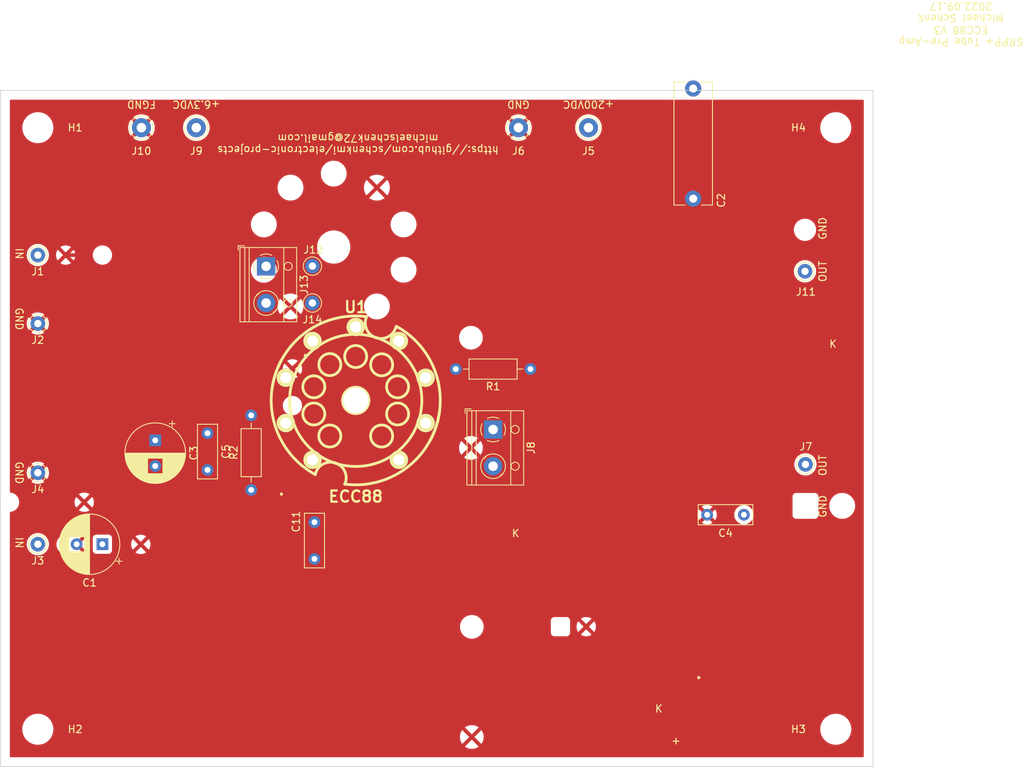
<source format=kicad_pcb>
(kicad_pcb (version 20211014) (generator pcbnew)
  (layers (0 "F.Cu" signal) (31 "B.Cu" signal) (34 "B.Paste" user) (35 "F.Paste" user) (36 "B.SilkS" user "B.Silkscreen") (37 "F.SilkS" user "F.Silkscreen") (38 "B.Mask" user) (39 "F.Mask" user) (44 "Edge.Cuts" user))
  (net 0 "")
  (net 1 "VDDA")
  (net 2 "Net-(U1-Pad3)")
  (net 3 "Net-(C3-Pad1)")
  (net 4 "FVCC")
  (net 5 "Net-(J1-Pad1)")
  (net 6 "FGND")
  (net 7 "Net-(J3-Pad1)")
  (net 8 "Net-(U1-Pad1)")
  (net 9 "Net-(J13-Pad2)")
  (footprint "Capacitor_THT:CP_Radial_D8.0mm_P3.50mm" (layer "F.Cu") (at 52.5996 132.9182 180)
    (fp_text reference "C1" (at 1.75 -5.25 180) (layer "F.SilkS"))
    (fp_text value "220uF/50V")
    (fp_line (start 4.271 -3.22) (end 4.271 -1.04) (layer "F.SilkS") (width 0.12))
    (fp_line (start 5.791 -0.768) (end 5.791 0.768) (layer "F.SilkS") (width 0.12))
    (fp_line (start 3.911 1.04) (end 3.911 3.469) (layer "F.SilkS") (width 0.12))
    (fp_line (start 2.15 -4.061) (end 2.15 4.061) (layer "F.SilkS") (width 0.12))
    (fp_line (start 3.671 1.04) (end 3.671 3.606) (layer "F.SilkS") (width 0.12))
    (fp_line (start 4.471 1.04) (end 4.471 3.055) (layer "F.SilkS") (width 0.12))
    (fp_line (start 4.351 1.04) (end 4.351 3.156) (layer "F.SilkS") (width 0.12))
    (fp_line (start 3.831 1.04) (end 3.831 3.517) (layer "F.SilkS") (width 0.12))
    (fp_line (start 2.591 1.04) (end 2.591 3.994) (layer "F.SilkS") (width 0.12))
    (fp_line (start 2.27 -4.048) (end 2.27 4.048) (layer "F.SilkS") (width 0.12))
    (fp_line (start 4.631 -2.907) (end 4.631 2.907) (layer "F.SilkS") (width 0.12))
    (fp_line (start 3.191 -3.821) (end 3.191 -1.04) (layer "F.SilkS") (width 0.12))
    (fp_line (start 1.87 -4.079) (end 1.87 4.079) (layer "F.SilkS") (width 0.12))
    (fp_line (start 4.071 -3.365) (end 4.071 -1.04) (layer "F.SilkS") (width 0.12))
    (fp_line (start 4.031 1.04) (end 4.031 3.392) (layer "F.SilkS") (width 0.12))
    (fp_line (start 3.391 1.04) (end 3.391 3.74) (layer "F.SilkS") (width 0.12))
    (fp_line (start 5.031 -2.454) (end 5.031 2.454) (layer "F.SilkS") (width 0.12))
    (fp_line (start 2.511 -4.01) (end 2.511 -1.04) (layer "F.SilkS") (width 0.12))
    (fp_line (start 2.911 1.04) (end 2.911 3.914) (layer "F.SilkS") (width 0.12))
    (fp_line (start 3.711 -3.584) (end 3.711 -1.04) (layer "F.SilkS") (width 0.12))
    (fp_line (start 2.871 1.04) (end 2.871 3.925) (layer "F.SilkS") (width 0.12))
    (fp_line (start 2.471 1.04) (end 2.471 4.017) (layer "F.SilkS") (width 0.12))
    (fp_line (start 3.071 1.04) (end 3.071 3.863) (layer "F.SilkS") (width 0.12))
    (fp_line (start 4.751 -2.784) (end 4.751 2.784) (layer "F.SilkS") (width 0.12))
    (fp_line (start 5.271 -2.102) (end 5.271 2.102) (layer "F.SilkS") (width 0.12))
    (fp_line (start 2.43 -4.024) (end 2.43 4.024) (layer "F.SilkS") (width 0.12))
    (fp_line (start 2.551 -4.002) (end 2.551 -1.04) (layer "F.SilkS") (width 0.12))
    (fp_line (start 3.471 -3.704) (end 3.471 -1.04) (layer "F.SilkS") (width 0.12))
    (fp_line (start 2.951 -3.902) (end 2.951 -1.04) (layer "F.SilkS") (width 0.12))
    (fp_line (start 4.711 -2.826) (end 4.711 2.826) (layer "F.SilkS") (width 0.12))
    (fp_line (start 4.031 -3.392) (end 4.031 -1.04) (layer "F.SilkS") (width 0.12))
    (fp_line (start 3.751 -3.562) (end 3.751 -1.04) (layer "F.SilkS") (width 0.12))
    (fp_line (start 5.111 -2.345) (end 5.111 2.345) (layer "F.SilkS") (width 0.12))
    (fp_line (start 2.35 -4.037) (end 2.35 4.037) (layer "F.SilkS") (width 0.12))
    (fp_line (start 3.591 -3.647) (end 3.591 -1.04) (layer "F.SilkS") (width 0.12))
    (fp_line (start 4.191 -3.28) (end 4.191 -1.04) (layer "F.SilkS") (width 0.12))
    (fp_line (start 3.911 -3.469) (end 3.911 -1.04) (layer "F.SilkS") (width 0.12))
    (fp_line (start 2.631 -3.985) (end 2.631 -1.04) (layer "F.SilkS") (width 0.12))
    (fp_line (start 2.991 -3.889) (end 2.991 -1.04) (layer "F.SilkS") (width 0.12))
    (fp_line (start 1.95 -4.076) (end 1.95 4.076) (layer "F.SilkS") (width 0.12))
    (fp_line (start 2.511 1.04) (end 2.511 4.01) (layer "F.SilkS") (width 0.12))
    (fp_line (start 5.351 -1.964) (end 5.351 1.964) (layer "F.SilkS") (width 0.12))
    (fp_line (start 4.111 -3.338) (end 4.111 -1.04) (layer "F.SilkS") (width 0.12))
    (fp_line (start 2.711 1.04) (end 2.711 3.967) (layer "F.SilkS") (width 0.12))
    (fp_line (start 3.991 1.04) (end 3.991 3.418) (layer "F.SilkS") (width 0.12))
    (fp_line (start 3.031 1.04) (end 3.031 3.877) (layer "F.SilkS") (width 0.12))
    (fp_line (start 1.79 -4.08) (end 1.79 4.08) (layer "F.SilkS") (width 0.12))
    (fp_line (start 2.591 -3.994) (end 2.591 -1.04) (layer "F.SilkS") (width 0.12))
    (fp_line (start 2.671 -3.976) (end 2.671 -1.04) (layer "F.SilkS") (width 0.12))
    (fp_line (start 4.831 -2.697) (end 4.831 2.697) (layer "F.SilkS") (width 0.12))
    (fp_line (start 5.311 -2.034) (end 5.311 2.034) (layer "F.SilkS") (width 0.12))
    (fp_line (start 4.791 -2.741) (end 4.791 2.741) (layer "F.SilkS") (width 0.12))
    (fp_line (start 2.19 -4.057) (end 2.19 4.057) (layer "F.SilkS") (width 0.12))
    (fp_line (start 3.111 -3.85) (end 3.111 -1.04) (layer "F.SilkS") (width 0.12))
    (fp_line (start 3.511 1.04) (end 3.511 3.686) (layer "F.SilkS") (width 0.12))
    (fp_line (start 4.991 -2.505) (end 4.991 2.505) (layer "F.SilkS") (width 0.12))
    (fp_line (start 5.471 -1.731) (end 5.471 1.731) (layer "F.SilkS") (width 0.12))
    (fp_line (start 4.911 -2.604) (end 4.911 2.604) (layer "F.SilkS") (width 0.12))
    (fp_line (start 1.75 -4.08) (end 1.75 4.08) (layer "F.SilkS") (width 0.12))
    (fp_line (start 3.271 1.04) (end 3.271 3.79) (layer "F.SilkS") (width 0.12))
    (fp_line (start 5.231 -2.166) (end 5.231 2.166) (layer "F.SilkS") (width 0.12))
    (fp_line (start 5.631 -1.346) (end 5.631 1.346) (layer "F.SilkS") (width 0.12))
    (fp_line (start 4.311 1.04) (end 4.311 3.189) (layer "F.SilkS") (width 0.12))
    (fp_line (start 4.511 1.04) (end 4.511 3.019) (layer "F.SilkS") (width 0.12))
    (fp_line (start 4.951 -2.556) (end 4.951 2.556) (layer "F.SilkS") (width 0.12))
    (fp_line (start 3.551 1.04) (end 3.551 3.666) (layer "F.SilkS") (width 0.12))
    (fp_line (start -2.259698 -2.715) (end -2.259698 -1.915) (layer "F.SilkS") (width 0.12))
    (fp_line (start 4.311 -3.189) (end 4.311 -1.04) (layer "F.SilkS") (width 0.12))
    (fp_line (start 2.911 -3.914) (end 2.911 -1.04) (layer "F.SilkS") (width 0.12))
    (fp_line (start -2.659698 -2.315) (end -1.859698 -2.315) (layer "F.SilkS") (width 0.12))
    (fp_line (start 3.151 -3.835) (end 3.151 -1.04) (layer "F.SilkS") (width 0.12))
    (fp_line (start 1.91 -4.077) (end 1.91 4.077) (layer "F.SilkS") (width 0.12))
    (fp_line (start 5.591 -1.453) (end 5.591 1.453) (layer "F.SilkS") (width 0.12))
    (fp_line (start 3.871 1.04) (end 3.871 3.493) (layer "F.SilkS") (width 0.12))
    (fp_line (start 3.351 1.04) (end 3.351 3.757) (layer "F.SilkS") (width 0.12))
    (fp_line (start 4.431 1.04) (end 4.431 3.09) (layer "F.SilkS") (width 0.12))
    (fp_line (start 4.871 -2.651) (end 4.871 2.651) (layer "F.SilkS") (width 0.12))
    (fp_line (start 2.671 1.04) (end 2.671 3.976) (layer "F.SilkS") (width 0.12))
    (fp_line (start 5.391 -1.89) (end 5.391 1.89) (layer "F.SilkS") (width 0.12))
    (fp_line (start 3.351 -3.757) (end 3.351 -1.04) (layer "F.SilkS") (width 0.12))
    (fp_line (start 2.951 1.04) (end 2.951 3.902) (layer "F.SilkS") (width 0.12))
    (fp_line (start 5.071 -2.4) (end 5.071 2.4) (layer "F.SilkS") (width 0.12))
    (fp_line (start 3.511 -3.686) (end 3.511 -1.04) (layer "F.SilkS") (width 0.12))
    (fp_line (start 5.151 -2.287) (end 5.151 2.287) (layer "F.SilkS") (width 0.12))
    (fp_line (start 2.471 -4.017) (end 2.471 -1.04) (layer "F.SilkS") (width 0.12))
    (fp_line (start 2.871 -3.925) (end 2.871 -1.04) (layer "F.SilkS") (width 0.12))
    (fp_line (start 4.191 1.04) (end 4.191 3.28) (layer "F.SilkS") (width 0.12))
    (fp_line (start 3.551 -3.666) (end 3.551 -1.04) (layer "F.SilkS") (width 0.12))
    (fp_line (start 1.99 -4.074) (end 1.99 4.074) (layer "F.SilkS") (width 0.12))
    (fp_line (start 3.191 1.04) (end 3.191 3.821) (layer "F.SilkS") (width 0.12))
    (fp_line (start 3.791 1.04) (end 3.791 3.54) (layer "F.SilkS") (width 0.12))
    (fp_line (start 3.951 -3.444) (end 3.951 -1.04) (layer "F.SilkS") (width 0.12))
    (fp_line (start 4.231 1.04) (end 4.231 3.25) (layer "F.SilkS") (width 0.12))
    (fp_line (start 2.791 -3.947) (end 2.791 -1.04) (layer "F.SilkS") (width 0.12))
    (fp_line (start 2.551 1.04) (end 2.551 4.002) (layer "F.SilkS") (width 0.12))
    (fp_line (start 3.071 -3.863) (end 3.071 -1.04) (layer "F.SilkS") (width 0.12))
    (fp_line (start 3.631 -3.627) (end 3.631 -1.04) (layer "F.SilkS") (width 0.12))
    (fp_line (start 3.831 -3.517) (end 3.831 -1.04) (layer "F.SilkS") (width 0.12))
    (fp_line (start 4.511 -3.019) (end 4.511 -1.04) (layer "F.SilkS") (width 0.12))
    (fp_line (start 2.31 -4.042) (end 2.31 4.042) (layer "F.SilkS") (width 0.12))
    (fp_line (start 3.431 -3.722) (end 3.431 -1.04) (layer "F.SilkS") (width 0.12))
    (fp_line (start 4.671 -2.867) (end 4.671 2.867) (layer "F.SilkS") (width 0.12))
    (fp_line (start 2.11 -4.065) (end 2.11 4.065) (layer "F.SilkS") (width 0.12))
    (fp_line (start 3.791 -3.54) (end 3.791 -1.04) (layer "F.SilkS") (width 0.12))
    (fp_line (start 3.391 -3.74) (end 3.391 -1.04) (layer "F.SilkS") (width 0.12))
    (fp_line (start 4.391 1.04) (end 4.391 3.124) (layer "F.SilkS") (width 0.12))
    (fp_line (start 3.591 1.04) (end 3.591 3.647) (layer "F.SilkS") (width 0.12))
    (fp_line (start 3.671 -3.606) (end 3.671 -1.04) (layer "F.SilkS") (width 0.12))
    (fp_line (start 5.431 -1.813) (end 5.431 1.813) (layer "F.SilkS") (width 0.12))
    (fp_line (start 3.991 -3.418) (end 3.991 -1.04) (layer "F.SilkS") (width 0.12))
    (fp_line (start 5.671 -1.229) (end 5.671 1.229) (layer "F.SilkS") (width 0.12))
    (fp_line (start 2.991 1.04) (end 2.991 3.889) (layer "F.SilkS") (width 0.12))
    (fp_line (start 4.231 -3.25) (end 4.231 -1.04) (layer "F.SilkS") (width 0.12))
    (fp_line (start 4.071 1.04) (end 4.071 3.365) (layer "F.SilkS") (width 0.12))
    (fp_line (start 4.431 -3.09) (end 4.431 -1.04) (layer "F.SilkS") (width 0.12))
    (fp_line (start 1.83 -4.08) (end 1.83 4.08) (layer "F.SilkS") (width 0.12))
    (fp_line (start 3.711 1.04) (end 3.711 3.584) (layer "F.SilkS") (width 0.12))
    (fp_line (start 5.511 -1.645) (end 5.511 1.645) (layer "F.SilkS") (width 0.12))
    (fp_line (start 5.551 -1.552) (end 5.551 1.552) (layer "F.SilkS") (width 0.12))
    (fp_line (start 3.951 1.04) (end 3.951 3.444) (layer "F.SilkS") (width 0.12))
    (fp_line (start 3.471 1.04) (end 3.471 3.704) (layer "F.SilkS") (width 0.12))
    (fp_line (start 4.151 -3.309) (end 4.151 -1.04) (layer "F.SilkS") (width 0.12))
    (fp_line (start 4.271 1.04) (end 4.271 3.22) (layer "F.SilkS") (width 0.12))
    (fp_line (start 5.831 -0.533) (end 5.831 0.533) (layer "F.SilkS") (width 0.12))
    (fp_line (start 3.151 1.04) (end 3.151 3.835) (layer "F.SilkS") (width 0.12))
    (fp_line (start 4.391 -3.124) (end 4.391 -1.04) (layer "F.SilkS") (width 0.12))
    (fp_line (start 2.711 -3.967) (end 2.711 -1.04) (layer "F.SilkS") (width 0.12))
    (fp_line (start 3.111 1.04) (end 3.111 3.85) (layer "F.SilkS") (width 0.12))
    (fp_line (start 2.03 -4.071) (end 2.03 4.071) (layer "F.SilkS") (width 0.12))
    (fp_line (start 4.471 -3.055) (end 4.471 -1.04) (layer "F.SilkS") (width 0.12))
    (fp_line (start 5.191 -2.228) (end 5.191 2.228) (layer "F.SilkS") (width 0.12))
    (fp_line (start 2.39 -4.03) (end 2.39 4.03) (layer "F.SilkS") (width 0.12))
    (fp_line (start 2.831 1.04) (end 2.831 3.936) (layer "F.SilkS") (width 0.12))
    (fp_line (start 5.751 -0.948) (end 5.751 0.948) (layer "F.SilkS") (width 0.12))
    (fp_line (start 2.831 -3.936) (end 2.831 -1.04) (layer "F.SilkS") (width 0.12))
    (fp_line (start 2.07 -4.068) (end 2.07 4.068) (layer "F.SilkS") (width 0.12))
    (fp_line (start 3.751 1.04) (end 3.751 3.562) (layer "F.SilkS") (width 0.12))
    (fp_line (start 2.751 1.04) (end 2.751 3.957) (layer "F.SilkS") (width 0.12))
    (fp_line (start 2.791 1.04) (end 2.791 3.947) (layer "F.SilkS") (width 0.12))
    (fp_line (start 3.311 -3.774) (end 3.311 -1.04) (layer "F.SilkS") (width 0.12))
    (fp_line (start 3.031 -3.877) (end 3.031 -1.04) (layer "F.SilkS") (width 0.12))
    (fp_line (start 4.591 -2.945) (end 4.591 2.945) (layer "F.SilkS") (width 0.12))
    (fp_line (start 4.111 1.04) (end 4.111 3.338) (layer "F.SilkS") (width 0.12))
    (fp_line (start 4.151 1.04) (end 4.151 3.309) (layer "F.SilkS") (width 0.12))
    (fp_line (start 2.631 1.04) (end 2.631 3.985) (layer "F.SilkS") (width 0.12))
    (fp_line (start 3.631 1.04) (end 3.631 3.627) (layer "F.SilkS") (width 0.12))
    (fp_line (start 4.551 -2.983) (end 4.551 2.983) (layer "F.SilkS") (width 0.12))
    (fp_line (start 2.23 -4.052) (end 2.23 4.052) (layer "F.SilkS") (width 0.12))
    (fp_line (start 3.311 1.04) (end 3.311 3.774) (layer "F.SilkS") (width 0.12))
    (fp_line (start 3.871 -3.493) (end 3.871 -1.04) (layer "F.SilkS") (width 0.12))
    (fp_line (start 3.231 1.04) (end 3.231 3.805) (layer "F.SilkS") (width 0.12))
    (fp_line (start 3.271 -3.79) (end 3.271 -1.04) (layer "F.SilkS") (width 0.12))
    (fp_line (start 2.751 -3.957) (end 2.751 -1.04) (layer "F.SilkS") (width 0.12))
    (fp_line (start 3.431 1.04) (end 3.431 3.722) (layer "F.SilkS") (width 0.12))
    (fp_line (start 4.351 -3.156) (end 4.351 -1.04) (layer "F.SilkS") (width 0.12))
    (fp_line (start 5.711 -1.098) (end 5.711 1.098) (layer "F.SilkS") (width 0.12))
    (fp_line (start 3.231 -3.805) (end 3.231 -1.04) (layer "F.SilkS") (width 0.12))
    (fp_circle (center 1.75 0) (end 5.87 0) (layer "F.SilkS") (width 0.12) (fill none))
    (pad "1" thru_hole rect (at 0 0 180) (size 1.6 1.6) (drill 0.8) (layers *.Cu *.Mask) (net 2 "Net-(U1-Pad3)"))
    (pad "2" thru_hole circle (at 3.5 0 180) (size 1.6 1.6) (drill 0.8) (layers *.Cu *.Mask) (net 6 "FGND"))
  )
  (footprint "Capacitor_THT:C_Rect_L16.5mm_W5.0mm_P15.00mm_MKT" (layer "F.Cu") (at 132.9944 70.866 -90)
    (fp_text reference "C2" (at 15.24 -3.81 90) (layer "F.SilkS"))
    (fp_text value "100nF")
    (fp_line (start 15.87 1.104) (end 15.87 2.62) (layer "F.SilkS") (width 0.12))
    (fp_line (start -0.87 2.62) (end 15.87 2.62) (layer "F.SilkS") (width 0.12))
    (fp_line (start 15.87 -2.62) (end 15.87 -1.104) (layer "F.SilkS") (width 0.12))
    (fp_line (start -0.87 -2.62) (end 15.87 -2.62) (layer "F.SilkS") (width 0.12))
    (fp_line (start -0.87 -2.62) (end -0.87 -1.104) (layer "F.SilkS") (width 0.12))
    (fp_line (start -0.87 1.104) (end -0.87 2.62) (layer "F.SilkS") (width 0.12))
    (pad "1" thru_hole circle (at 0 0 270) (size 2.2 2.2) (drill 1.1) (layers *.Cu *.Mask) (net 1 "VDDA"))
    (pad "2" thru_hole circle (at 15 0 270) (size 2.2 2.2) (drill 1.1) (layers *.Cu *.Mask) (net 6 "FGND"))
  )
  (footprint "Capacitor_THT:CP_Radial_D8.0mm_P3.50mm" (layer "F.Cu") (at 59.7916 118.7704 -90)
    (fp_text reference "C3" (at 1.75 -5.25 90) (layer "F.SilkS"))
    (fp_text value "220uF/50V")
    (fp_line (start 1.75 -4.08) (end 1.75 4.08) (layer "F.SilkS") (width 0.12))
    (fp_line (start 2.471 -4.017) (end 2.471 -1.04) (layer "F.SilkS") (width 0.12))
    (fp_line (start 4.111 1.04) (end 4.111 3.338) (layer "F.SilkS") (width 0.12))
    (fp_line (start 1.83 -4.08) (end 1.83 4.08) (layer "F.SilkS") (width 0.12))
    (fp_line (start 2.511 1.04) (end 2.511 4.01) (layer "F.SilkS") (width 0.12))
    (fp_line (start 3.591 1.04) (end 3.591 3.647) (layer "F.SilkS") (width 0.12))
    (fp_line (start 4.671 -2.867) (end 4.671 2.867) (layer "F.SilkS") (width 0.12))
    (fp_line (start 3.791 -3.54) (end 3.791 -1.04) (layer "F.SilkS") (width 0.12))
    (fp_line (start 3.551 -3.666) (end 3.551 -1.04) (layer "F.SilkS") (width 0.12))
    (fp_line (start 3.911 1.04) (end 3.911 3.469) (layer "F.SilkS") (width 0.12))
    (fp_line (start 2.15 -4.061) (end 2.15 4.061) (layer "F.SilkS") (width 0.12))
    (fp_line (start 5.071 -2.4) (end 5.071 2.4) (layer "F.SilkS") (width 0.12))
    (fp_line (start 4.711 -2.826) (end 4.711 2.826) (layer "F.SilkS") (width 0.12))
    (fp_line (start 3.671 -3.606) (end 3.671 -1.04) (layer "F.SilkS") (width 0.12))
    (fp_line (start 2.03 -4.071) (end 2.03 4.071) (layer "F.SilkS") (width 0.12))
    (fp_line (start 5.791 -0.768) (end 5.791 0.768) (layer "F.SilkS") (width 0.12))
    (fp_line (start 4.231 1.04) (end 4.231 3.25) (layer "F.SilkS") (width 0.12))
    (fp_line (start 2.631 1.04) (end 2.631 3.985) (layer "F.SilkS") (width 0.12))
    (fp_line (start 2.751 1.04) (end 2.751 3.957) (layer "F.SilkS") (width 0.12))
    (fp_line (start 2.551 1.04) (end 2.551 4.002) (layer "F.SilkS") (width 0.12))
    (fp_line (start 5.591 -1.453) (end 5.591 1.453) (layer "F.SilkS") (width 0.12))
    (fp_line (start 2.711 1.04) (end 2.711 3.967) (layer "F.SilkS") (width 0.12))
    (fp_line (start 3.191 1.04) (end 3.191 3.821) (layer "F.SilkS") (width 0.12))
    (fp_line (start 3.831 -3.517) (end 3.831 -1.04) (layer "F.SilkS") (width 0.12))
    (fp_line (start 5.271 -2.102) (end 5.271 2.102) (layer "F.SilkS") (width 0.12))
    (fp_line (start 2.871 -3.925) (end 2.871 -1.04) (layer "F.SilkS") (width 0.12))
    (fp_line (start 1.79 -4.08) (end 1.79 4.08) (layer "F.SilkS") (width 0.12))
    (fp_line (start 2.19 -4.057) (end 2.19 4.057) (layer "F.SilkS") (width 0.12))
    (fp_line (start 2.991 1.04) (end 2.991 3.889) (layer "F.SilkS") (width 0.12))
    (fp_line (start 5.471 -1.731) (end 5.471 1.731) (layer "F.SilkS") (width 0.12))
    (fp_line (start 4.471 1.04) (end 4.471 3.055) (layer "F.SilkS") (width 0.12))
    (fp_line (start 5.111 -2.345) (end 5.111 2.345) (layer "F.SilkS") (width 0.12))
    (fp_line (start 4.511 1.04) (end 4.511 3.019) (layer "F.SilkS") (width 0.12))
    (fp_line (start 4.111 -3.338) (end 4.111 -1.04) (layer "F.SilkS") (width 0.12))
    (fp_line (start 2.831 -3.936) (end 2.831 -1.04) (layer "F.SilkS") (width 0.12))
    (fp_line (start 2.911 1.04) (end 2.911 3.914) (layer "F.SilkS") (width 0.12))
    (fp_line (start 5.711 -1.098) (end 5.711 1.098) (layer "F.SilkS") (width 0.12))
    (fp_line (start 4.551 -2.983) (end 4.551 2.983) (layer "F.SilkS") (width 0.12))
    (fp_line (start 3.271 1.04) (end 3.271 3.79) (layer "F.SilkS") (width 0.12))
    (fp_line (start 4.951 -2.556) (end 4.951 2.556) (layer "F.SilkS") (width 0.12))
    (fp_line (start 2.831 1.04) (end 2.831 3.936) (layer "F.SilkS") (width 0.12))
    (fp_line (start 2.951 -3.902) (end 2.951 -1.04) (layer "F.SilkS") (width 0.12))
    (fp_line (start 3.511 1.04) (end 3.511 3.686) (layer "F.SilkS") (width 0.12))
    (fp_line (start 3.111 -3.85) (end 3.111 -1.04) (layer "F.SilkS") (width 0.12))
    (fp_line (start 2.791 -3.947) (end 2.791 -1.04) (layer "F.SilkS") (width 0.12))
    (fp_line (start 3.431 -3.722) (end 3.431 -1.04) (layer "F.SilkS") (width 0.12))
    (fp_line (start 3.471 -3.704) (end 3.471 -1.04) (layer "F.SilkS") (width 0.12))
    (fp_line (start 4.471 -3.055) (end 4.471 -1.04) (layer "F.SilkS") (width 0.12))
    (fp_line (start 5.151 -2.287) (end 5.151 2.287) (layer "F.SilkS") (width 0.12))
    (fp_line (start 2.31 -4.042) (end 2.31 4.042) (layer "F.SilkS") (width 0.12))
    (fp_line (start 3.271 -3.79) (end 3.271 -1.04) (layer "F.SilkS") (width 0.12))
    (fp_line (start -2.659698 -2.315) (end -1.859698 -2.315) (layer "F.SilkS") (width 0.12))
    (fp_line (start 3.231 -3.805) (end 3.231 -1.04) (layer "F.SilkS") (width 0.12))
    (fp_line (start 2.951 1.04) (end 2.951 3.902) (layer "F.SilkS") (width 0.12))
    (fp_line (start 4.271 1.04) (end 4.271 3.22) (layer "F.SilkS") (width 0.12))
    (fp_line (start 5.431 -1.813) (end 5.431 1.813) (layer "F.SilkS") (width 0.12))
    (fp_line (start 2.591 1.04) (end 2.591 3.994) (layer "F.SilkS") (width 0.12))
    (fp_line (start 3.671 1.04) (end 3.671 3.606) (layer "F.SilkS") (width 0.12))
    (fp_line (start 2.07 -4.068) (end 2.07 4.068) (layer "F.SilkS") (width 0.12))
    (fp_line (start 4.791 -2.741) (end 4.791 2.741) (layer "F.SilkS") (width 0.12))
    (fp_line (start 4.831 -2.697) (end 4.831 2.697) (layer "F.SilkS") (width 0.12))
    (fp_line (start 3.631 -3.627) (end 3.631 -1.04) (layer "F.SilkS") (width 0.12))
    (fp_line (start 2.471 1.04) (end 2.471 4.017) (layer "F.SilkS") (width 0.12))
    (fp_line (start 5.231 -2.166) (end 5.231 2.166) (layer "F.SilkS") (width 0.12))
    (fp_line (start 3.071 -3.863) (end 3.071 -1.04) (layer "F.SilkS") (width 0.12))
    (fp_line (start 3.151 -3.835) (end 3.151 -1.04) (layer "F.SilkS") (width 0.12))
    (fp_line (start 4.231 -3.25) (end 4.231 -1.04) (layer "F.SilkS") (width 0.12))
    (fp_line (start 2.791 1.04) (end 2.791 3.947) (layer "F.SilkS") (width 0.12))
    (fp_line (start 4.031 1.04) (end 4.031 3.392) (layer "F.SilkS") (width 0.12))
    (fp_line (start -2.259698 -2.715) (end -2.259698 -1.915) (layer "F.SilkS") (width 0.12))
    (fp_line (start 4.631 -2.907) (end 4.631 2.907) (layer "F.SilkS") (width 0.12))
    (fp_line (start 2.671 1.04) (end 2.671 3.976) (layer "F.SilkS") (width 0.12))
    (fp_line (start 4.391 -3.124) (end 4.391 -1.04) (layer "F.SilkS") (width 0.12))
    (fp_line (start 2.711 -3.967) (end 2.711 -1.04) (layer "F.SilkS") (width 0.12))
    (fp_line (start 5.391 -1.89) (end 5.391 1.89) (layer "F.SilkS") (width 0.12))
    (fp_line (start 3.191 -3.821) (end 3.191 -1.04) (layer "F.SilkS") (width 0.12))
    (fp_line (start 4.391 1.04) (end 4.391 3.124) (layer "F.SilkS") (width 0.12))
    (fp_line (start 3.791 1.04) (end 3.791 3.54) (layer "F.SilkS") (width 0.12))
    (fp_line (start 5.551 -1.552) (end 5.551 1.552) (layer "F.SilkS") (width 0.12))
    (fp_line (start 5.511 -1.645) (end 5.511 1.645) (layer "F.SilkS") (width 0.12))
    (fp_line (start 4.071 1.04) (end 4.071 3.365) (layer "F.SilkS") (width 0.12))
    (fp_line (start 3.871 1.04) (end 3.871 3.493) (layer "F.SilkS") (width 0.12))
    (fp_line (start 2.671 -3.976) (end 2.671 -1.04) (layer "F.SilkS") (width 0.12))
    (fp_line (start 5.191 -2.228) (end 5.191 2.228) (layer "F.SilkS") (width 0.12))
    (fp_line (start 3.871 -3.493) (end 3.871 -1.04) (layer "F.SilkS") (width 0.12))
    (fp_line (start 3.551 1.04) (end 3.551 3.666) (layer "F.SilkS") (width 0.12))
    (fp_line (start 3.351 -3.757) (end 3.351 -1.04) (layer "F.SilkS") (width 0.12))
    (fp_line (start 4.751 -2.784) (end 4.751 2.784) (layer "F.SilkS") (width 0.12))
    (fp_line (start 5.751 -0.948) (end 5.751 0.948) (layer "F.SilkS") (width 0.12))
    (fp_line (start 1.87 -4.079) (end 1.87 4.079) (layer "F.SilkS") (width 0.12))
    (fp_line (start 3.031 -3.877) (end 3.031 -1.04) (layer "F.SilkS") (width 0.12))
    (fp_line (start 1.99 -4.074) (end 1.99 4.074) (layer "F.SilkS") (width 0.12))
    (fp_line (start 3.471 1.04) (end 3.471 3.704) (layer "F.SilkS") (width 0.12))
    (fp_line (start 5.351 -1.964) (end 5.351 1.964) (layer "F.SilkS") (width 0.12))
    (fp_line (start 2.871 1.04) (end 2.871 3.925) (layer "F.SilkS") (width 0.12))
    (fp_line (start 2.39 -4.03) (end 2.39 4.03) (layer "F.SilkS") (width 0.12))
    (fp_line (start 3.111 1.04) (end 3.111 3.85) (layer "F.SilkS") (width 0.12))
    (fp_line (start 2.631 -3.985) (end 2.631 -1.04) (layer "F.SilkS") (width 0.12))
    (fp_line (start 3.591 -3.647) (end 3.591 -1.04) (layer "F.SilkS") (width 0.12))
    (fp_line (start 2.551 -4.002) (end 2.551 -1.04) (layer "F.SilkS") (width 0.12))
    (fp_line (start 3.711 1.04) (end 3.711 3.584) (layer "F.SilkS") (width 0.12))
    (fp_line (start 3.911 -3.469) (end 3.911 -1.04) (layer "F.SilkS") (width 0.12))
    (fp_line (start 2.591 -3.994) (end 2.591 -1.04) (layer "F.SilkS") (width 0.12))
    (fp_line (start 4.071 -3.365) (end 4.071 -1.04) (layer "F.SilkS") (width 0.12))
    (fp_line (start 2.43 -4.024) (end 2.43 4.024) (layer "F.SilkS") (width 0.12))
    (fp_line (start 5.031 -2.454) (end 5.031 2.454) (layer "F.SilkS") (width 0.12))
    (fp_line (start 4.151 1.04) (end 4.151 3.309) (layer "F.SilkS") (width 0.12))
    (fp_line (start 4.151 -3.309) (end 4.151 -1.04) (layer "F.SilkS") (width 0.12))
    (fp_line (start 3.351 1.04) (end 3.351 3.757) (layer "F.SilkS") (width 0.12))
    (fp_line (start 4.351 1.04) (end 4.351 3.156) (layer "F.SilkS") (width 0.12))
    (fp_line (start 4.431 -3.09) (end 4.431 -1.04) (layer "F.SilkS") (width 0.12))
    (fp_line (start 4.431 1.04) (end 4.431 3.09) (layer "F.SilkS") (width 0.12))
    (fp_line (start 3.431 1.04) (end 3.431 3.722) (layer "F.SilkS") (width 0.12))
    (fp_line (start 3.031 1.04) (end 3.031 3.877) (layer "F.SilkS") (width 0.12))
    (fp_line (start 3.951 -3.444) (end 3.951 -1.04) (layer "F.SilkS") (width 0.12))
    (fp_line (start 2.511 -4.01) (end 2.511 -1.04) (layer "F.SilkS") (width 0.12))
    (fp_line (start 1.91 -4.077) (end 1.91 4.077) (layer "F.SilkS") (width 0.12))
    (fp_line (start 3.751 1.04) (end 3.751 3.562) (layer "F.SilkS") (width 0.12))
    (fp_line (start 3.511 -3.686) (end 3.511 -1.04) (layer "F.SilkS") (width 0.12))
    (fp_line (start 4.511 -3.019) (end 4.511 -1.04) (layer "F.SilkS") (width 0.12))
    (fp_line (start 5.831 -0.533) (end 5.831 0.533) (layer "F.SilkS") (width 0.12))
    (fp_line (start 3.231 1.04) (end 3.231 3.805) (layer "F.SilkS") (width 0.12))
    (fp_line (start 2.991 -3.889) (end 2.991 -1.04) (layer "F.SilkS") (width 0.12))
    (fp_line (start 4.911 -2.604) (end 4.911 2.604) (layer "F.SilkS") (width 0.12))
    (fp_line (start 3.711 -3.584) (end 3.711 -1.04) (layer "F.SilkS") (width 0.12))
    (fp_line (start 3.391 -3.74) (end 3.391 -1.04) (layer "F.SilkS") (width 0.12))
    (fp_line (start 3.631 1.04) (end 3.631 3.627) (layer "F.SilkS") (width 0.12))
    (fp_line (start 3.751 -3.562) (end 3.751 -1.04) (layer "F.SilkS") (width 0.12))
    (fp_line (start 3.071 1.04) (end 3.071 3.863) (layer "F.SilkS") (width 0.12))
    (fp_line (start 3.311 1.04) (end 3.311 3.774) (layer "F.SilkS") (width 0.12))
    (fp_line (start 2.751 -3.957) (end 2.751 -1.04) (layer "F.SilkS") (width 0.12))
    (fp_line (start 2.11 -4.065) (end 2.11 4.065) (layer "F.SilkS") (width 0.12))
    (fp_line (start 4.191 1.04) (end 4.191 3.28) (layer "F.SilkS") (width 0.12))
    (fp_line (start 3.831 1.04) (end 3.831 3.517) (layer "F.SilkS") (width 0.12))
    (fp_line (start 4.871 -2.651) (end 4.871 2.651) (layer "F.SilkS") (width 0.12))
    (fp_line (start 4.991 -2.505) (end 4.991 2.505) (layer "F.SilkS") (width 0.12))
    (fp_line (start 3.391 1.04) (end 3.391 3.74) (layer "F.SilkS") (width 0.12))
    (fp_line (start 4.311 -3.189) (end 4.311 -1.04) (layer "F.SilkS") (width 0.12))
    (fp_line (start 4.311 1.04) (end 4.311 3.189) (layer "F.SilkS") (width 0.12))
    (fp_line (start 5.631 -1.346) (end 5.631 1.346) (layer "F.SilkS") (width 0.12))
    (fp_line (start 5.311 -2.034) (end 5.311 2.034) (layer "F.SilkS") (width 0.12))
    (fp_line (start 2.35 -4.037) (end 2.35 4.037) (layer "F.SilkS") (width 0.12))
    (fp_line (start 5.671 -1.229) (end 5.671 1.229) (layer "F.SilkS") (width 0.12))
    (fp_line (start 4.591 -2.945) (end 4.591 2.945) (layer "F.SilkS") (width 0.12))
    (fp_line (start 3.991 -3.418) (end 3.991 -1.04) (layer "F.SilkS") (width 0.12))
    (fp_line (start 3.951 1.04) (end 3.951 3.444) (layer "F.SilkS") (width 0.12))
    (fp_line (start 4.271 -3.22) (end 4.271 -1.04) (layer "F.SilkS") (width 0.12))
    (fp_line (start 2.27 -4.048) (end 2.27 4.048) (layer "F.SilkS") (width 0.12))
    (fp_line (start 4.031 -3.392) (end 4.031 -1.04) (layer "F.SilkS") (width 0.12))
    (fp_line (start 2.23 -4.052) (end 2.23 4.052) (layer "F.SilkS") (width 0.12))
    (fp_line (start 2.911 -3.914) (end 2.911 -1.04) (layer "F.SilkS") (width 0.12))
    (fp_line (start 4.351 -3.156) (end 4.351 -1.04) (layer "F.SilkS") (width 0.12))
    (fp_line (start 4.191 -3.28) (end 4.191 -1.04) (layer "F.SilkS") (width 0.12))
    (fp_line (start 3.991 1.04) (end 3.991 3.418) (layer "F.SilkS") (width 0.12))
    (fp_line (start 3.151 1.04) (end 3.151 3.835) (layer "F.SilkS") (width 0.12))
    (fp_line (start 3.311 -3.774) (end 3.311 -1.04) (layer "F.SilkS") (width 0.12))
    (fp_line (start 1.95 -4.076) (end 1.95 4.076) (layer "F.SilkS") (width 0.12))
    (fp_circle (center 1.75 0) (end 5.87 0) (layer "F.SilkS") (width 0.12) (fill none))
    (pad "1" thru_hole rect (at 0 0 270) (size 1.6 1.6) (drill 0.8) (layers *.Cu *.Mask) (net 3 "Net-(C3-Pad1)"))
    (pad "2" thru_hole circle (at 3.5 0 270) (size 1.6 1.6) (drill 0.8) (layers *.Cu *.Mask) (net 6 "FGND"))
  )
  (footprint "Capacitor_THT:C_Rect_L7.2mm_W2.5mm_P5.00mm_FKS2_FKP2_MKS2_MKP2" (layer "F.Cu") (at 139.895 128.905 180)
    (fp_text reference "C4" (at 2.5 -2.5 180) (layer "F.SilkS"))
    (fp_text value "100nF")
    (fp_line (start 6.22 -1.37) (end 6.22 1.37) (layer "F.SilkS") (width 0.12))
    (fp_line (start -1.22 1.37) (end 6.22 1.37) (layer "F.SilkS") (width 0.12))
    (fp_line (start -1.22 -1.37) (end 6.22 -1.37) (layer "F.SilkS") (width 0.12))
    (fp_line (start -1.22 -1.37) (end -1.22 1.37) (layer "F.SilkS") (width 0.12))
    (pad "1" thru_hole circle (at 0 0 180) (size 1.6 1.6) (drill 0.8) (layers *.Cu *.Mask) (net 2 "Net-(U1-Pad3)"))
    (pad "2" thru_hole circle (at 5 0 180) (size 1.6 1.6) (drill 0.8) (layers *.Cu *.Mask) (net 6 "FGND"))
  )
  (footprint "MountingHole:MountingHole_3.2mm_M3" (layer "F.Cu") (at 43.815 76.2)
    (fp_text reference "H1" (at 5.08 0) (layer "F.SilkS"))
    (fp_text value "MountingHole")
    (pad "" np_thru_hole circle (at 0 0) (size 3.2 3.2) (drill 3.2) (layers *.Cu *.Mask))
  )
  (footprint "MountingHole:MountingHole_3.2mm_M3" (layer "F.Cu") (at 43.815 158.115)
    (fp_text reference "H2" (at 5.08 0) (layer "F.SilkS"))
    (fp_text value "MountingHole")
    (pad "" np_thru_hole circle (at 0 0) (size 3.2 3.2) (drill 3.2) (layers *.Cu *.Mask))
  )
  (footprint "MountingHole:MountingHole_3.2mm_M3" (layer "F.Cu") (at 152.4 158.115)
    (fp_text reference "H3" (at -5.08 0) (layer "F.SilkS"))
    (fp_text value "MountingHole")
    (pad "" np_thru_hole circle (at 0 0) (size 3.2 3.2) (drill 3.2) (layers *.Cu *.Mask))
  )
  (footprint "MountingHole:MountingHole_3.2mm_M3" (layer "F.Cu") (at 152.4 76.2)
    (fp_text reference "H4" (at -5.08 0) (layer "F.SilkS"))
    (fp_text value "MountingHole")
    (pad "" np_thru_hole circle (at 0 0) (size 3.2 3.2) (drill 3.2) (layers *.Cu *.Mask))
  )
  (footprint "Connector_Pin:Pin_D1.0mm_L10.0mm" (layer "F.Cu") (at 43.815 132.9182)
    (fp_text reference "J3" (at 0 2.25) (layer "F.SilkS"))
    (fp_text value "Conn_01x01")
    (fp_circle (center 0 0) (end 1.25 0.05) (layer "F.SilkS") (width 0.12) (fill none))
    (pad "1" thru_hole circle (at 0 0) (size 2 2) (drill 1) (layers *.Cu *.Mask) (net 7 "Net-(J3-Pad1)"))
  )
  (footprint "Connector_Pin:Pin_D1.0mm_L10.0mm" (layer "F.Cu") (at 43.815 123.19)
    (fp_text reference "J4" (at 0 2.25) (layer "F.SilkS"))
    (fp_text value "Conn_01x01")
    (fp_circle (center 0 0) (end 1.25 0.05) (layer "F.SilkS") (width 0.12) (fill none))
    (pad "1" thru_hole circle (at 0 0) (size 2 2) (drill 1) (layers *.Cu *.Mask) (net 6 "FGND"))
  )
  (footprint "Connector_Pin:Pin_D1.3mm_L11.0mm" (layer "F.Cu") (at 118.745 76.2)
    (fp_text reference "J5" (at 0 3.175) (layer "F.SilkS"))
    (fp_text value "Conn_01x01")
    (fp_circle (center 0 0) (end 1.6 0.05) (layer "F.SilkS") (width 0.12) (fill none))
    (pad "1" thru_hole circle (at 0 0) (size 2.6 2.6) (drill 1.3) (layers *.Cu *.Mask) (net 1 "VDDA"))
  )
  (footprint "Connector_Pin:Pin_D1.3mm_L11.0mm" (layer "F.Cu") (at 109.22 76.2)
    (fp_text reference "J6" (at 0 3.175) (layer "F.SilkS"))
    (fp_text value "Conn_01x01")
    (fp_circle (center 0 0) (end 1.6 0.05) (layer "F.SilkS") (width 0.12) (fill none))
    (pad "1" thru_hole circle (at 0 0) (size 2.6 2.6) (drill 1.3) (layers *.Cu *.Mask) (net 6 "FGND"))
  )
  (footprint "TerminalBlock_RND:TerminalBlock_RND_205-00012_1x02_P5.00mm_Horizontal" (layer "F.Cu") (at 105.7656 117.2972 -90)
    (fp_text reference "J8" (at 2.5 -5.16 90) (layer "F.SilkS"))
    (fp_text value "Screw_Terminal_01x02")
    (fp_line (start -2.8 2.96) (end -2.8 3.8) (layer "F.SilkS") (width 0.12))
    (fp_line (start -2.8 3.8) (end -2.2 3.8) (layer "F.SilkS") (width 0.12))
    (fp_line (start 3.82 0.976) (end 3.726 1.069) (layer "F.SilkS") (width 0.12))
    (fp_line (start -2.56 2.3) (end 7.56 2.3) (layer "F.SilkS") (width 0.12))
    (fp_line (start 6.07 -1.275) (end 6.011 -1.216) (layer "F.SilkS") (width 0.12))
    (fp_line (start -2.56 -4.16) (end -2.56 3.561) (layer "F.SilkS") (width 0.12))
    (fp_line (start -2.56 -2.4) (end 7.56 -2.4) (layer "F.SilkS") (width 0.12))
    (fp_line (start 7.56 -4.16) (end 7.56 3.561) (layer "F.SilkS") (width 0.12))
    (fp_line (start 6.275 -1.069) (end 6.181 -0.976) (layer "F.SilkS") (width 0.12))
    (fp_line (start -2.56 2.9) (end 7.56 2.9) (layer "F.SilkS") (width 0.12))
    (fp_line (start 3.99 1.216) (end 3.931 1.274) (layer "F.SilkS") (width 0.12))
    (fp_line (start -2.56 3.561) (end 7.56 3.561) (layer "F.SilkS") (width 0.12))
    (fp_line (start -2.56 -4.16) (end 7.56 -4.16) (layer "F.SilkS") (width 0.12))
    (fp_arc (start 1.483953 -0.789089) (mid 1.680708 -0.00005) (end 1.484 0.789) (layer "F.SilkS") (width 0.12))
    (fp_arc (start 0.029383 1.68045) (mid -0.392304 1.634281) (end -0.789 1.484) (layer "F.SilkS") (width 0.12))
    (fp_arc (start -1.483953 0.789089) (mid -1.680708 0.00005) (end -1.484 -0.789) (layer "F.SilkS") (width 0.12))
    (fp_arc (start 0.788712 1.483352) (mid 0.406429 1.630097) (end 0 1.68) (layer "F.SilkS") (width 0.12))
    (fp_arc (start -0.789089 -1.483953) (mid -0.00005 -1.680708) (end 0.789 -1.484) (layer "F.SilkS") (width 0.12))
    (fp_circle (center 0 -3) (end 0.55 -3) (layer "F.SilkS") (width 0.12) (fill none))
    (fp_circle (center 5 0) (end 6.68 0) (layer "F.SilkS") (width 0.12) (fill none))
    (fp_circle (center 5 -3) (end 5.55 -3) (layer "F.SilkS") (width 0.12) (fill none))
    (pad "1" thru_hole rect (at 0 0 270) (size 2.5 2.5) (drill 1.3) (layers *.Cu *.Mask) (net 1 "VDDA"))
    (pad "2" thru_hole circle (at 5 0 270) (size 2.5 2.5) (drill 1.3) (layers *.Cu *.Mask) (net 8 "Net-(U1-Pad1)"))
  )
  (footprint "Resistor_THT:R_Axial_DIN0207_L6.3mm_D2.5mm_P10.16mm_Horizontal" (layer "F.Cu") (at 110.8456 109.0676 180)
    (fp_text reference "R1" (at 5.08 -2.37 180) (layer "F.SilkS"))
    (fp_text value "680R/0.6W")
    (fp_line (start 1.04 0) (end 1.81 0) (layer "F.SilkS") (width 0.12))
    (fp_line (start 1.81 1.37) (end 8.35 1.37) (layer "F.SilkS") (width 0.12))
    (fp_line (start 9.12 0) (end 8.35 0) (layer "F.SilkS") (width 0.12))
    (fp_line (start 8.35 1.37) (end 8.35 -1.37) (layer "F.SilkS") (width 0.12))
    (fp_line (start 8.35 -1.37) (end 1.81 -1.37) (layer "F.SilkS") (width 0.12))
    (fp_line (start 1.81 -1.37) (end 1.81 1.37) (layer "F.SilkS") (width 0.12))
    (pad "1" thru_hole circle (at 0 0 180) (size 1.6 1.6) (drill 0.8) (layers *.Cu *.Mask) (net 6 "FGND"))
    (pad "2" thru_hole oval (at 10.16 0 180) (size 1.6 1.6) (drill 0.8) (layers *.Cu *.Mask) (net 2 "Net-(U1-Pad3)"))
  )
  (footprint "Resistor_THT:R_Axial_DIN0207_L6.3mm_D2.5mm_P10.16mm_Horizontal" (layer "F.Cu") (at 72.8472 125.5268 90)
    (fp_text reference "R2" (at 5.08 -2.37 90) (layer "F.SilkS"))
    (fp_text value "680R/0.6W")
    (fp_line (start 8.35 1.37) (end 8.35 -1.37) (layer "F.SilkS") (width 0.12))
    (fp_line (start 9.12 0) (end 8.35 0) (layer "F.SilkS") (width 0.12))
    (fp_line (start 1.81 1.37) (end 8.35 1.37) (layer "F.SilkS") (width 0.12))
    (fp_line (start 1.81 -1.37) (end 1.81 1.37) (layer "F.SilkS") (width 0.12))
    (fp_line (start 8.35 -1.37) (end 1.81 -1.37) (layer "F.SilkS") (width 0.12))
    (fp_line (start 1.04 0) (end 1.81 0) (layer "F.SilkS") (width 0.12))
    (pad "1" thru_hole circle (at 0 0 90) (size 1.6 1.6) (drill 0.8) (layers *.Cu *.Mask) (net 6 "FGND"))
    (pad "2" thru_hole oval (at 10.16 0 90) (size 1.6 1.6) (drill 0.8) (layers *.Cu *.Mask) (net 3 "Net-(C3-Pad1)"))
  )
  (footprint "Capacitor_THT:C_Rect_L7.2mm_W2.5mm_P5.00mm_FKS2_FKP2_MKS2_MKP2" (layer "F.Cu") (at 66.9036 117.8052 -90)
    (fp_text reference "C5" (at 2.5 -2.5 90) (layer "F.SilkS"))
    (fp_text value "100nF")
    (fp_line (start 6.22 -1.37) (end 6.22 1.37) (layer "F.SilkS") (width 0.12))
    (fp_line (start -1.22 1.37) (end 6.22 1.37) (layer "F.SilkS") (width 0.12))
    (fp_line (start -1.22 -1.37) (end 6.22 -1.37) (layer "F.SilkS") (width 0.12))
    (fp_line (start -1.22 -1.37) (end -1.22 1.37) (layer "F.SilkS") (width 0.12))
    (pad "1" thru_hole circle (at 0 0 270) (size 1.6 1.6) (drill 0.8) (layers *.Cu *.Mask) (net 3 "Net-(C3-Pad1)"))
    (pad "2" thru_hole circle (at 5 0 270) (size 1.6 1.6) (drill 0.8) (layers *.Cu *.Mask) (net 6 "FGND"))
  )
  (footprint "Connector_Pin:Pin_D1.0mm_L10.0mm" (layer "F.Cu") (at 43.815 93.5482)
    (fp_text reference "J1" (at 0 2.25) (layer "F.SilkS"))
    (fp_text value "Conn_01x01")
    (fp_circle (center 0 0) (end 1.25 0.05) (layer "F.SilkS") (width 0.12) (fill none))
    (pad "1" thru_hole circle (at 0 0) (size 2 2) (drill 1) (layers *.Cu *.Mask) (net 5 "Net-(J1-Pad1)"))
  )
  (footprint "Connector_Pin:Pin_D1.0mm_L10.0mm" (layer "F.Cu") (at 43.815 102.87)
    (fp_text reference "J2" (at 0 2.25) (layer "F.SilkS"))
    (fp_text value "Conn_01x01")
    (fp_circle (center 0 0) (end 1.25 0.05) (layer "F.SilkS") (width 0.12) (fill none))
    (pad "1" thru_hole circle (at 0 0) (size 2 2) (drill 1) (layers *.Cu *.Mask) (net 6 "FGND"))
  )
  (footprint "Connector_Pin:Pin_D1.3mm_L11.0mm" (layer "F.Cu") (at 65.3796 76.2)
    (fp_text reference "J9" (at 0 3.175) (layer "F.SilkS"))
    (fp_text value "Conn_01x01")
    (fp_circle (center 0 0) (end 1.6 0.05) (layer "F.SilkS") (width 0.12) (fill none))
    (pad "1" thru_hole circle (at 0 0) (size 2.6 2.6) (drill 1.3) (layers *.Cu *.Mask) (net 4 "FVCC"))
  )
  (footprint "Connector_Pin:Pin_D1.3mm_L11.0mm" (layer "F.Cu") (at 57.912 76.2)
    (fp_text reference "J10" (at 0 3.175) (layer "F.SilkS"))
    (fp_text value "Conn_01x01")
    (fp_circle (center 0 0) (end 1.6 0.05) (layer "F.SilkS") (width 0.12) (fill none))
    (pad "1" thru_hole circle (at 0 0) (size 2.6 2.6) (drill 1.3) (layers *.Cu *.Mask) (net 6 "FGND"))
  )
  (footprint "Connector_Pin:Pin_D1.0mm_L10.0mm" (layer "F.Cu") (at 148.209 95.758)
    (fp_text reference "J11" (at 0.127 2.794) (layer "F.SilkS"))
    (fp_text value "Conn_01x01")
    (fp_circle (center 0 0) (end 1.25 0.05) (layer "F.SilkS") (width 0.12) (fill none))
    (pad "1" thru_hole circle (at 0 0) (size 2 2) (drill 1) (layers *.Cu *.Mask) (net 8 "Net-(U1-Pad1)"))
  )
  (footprint "Connector_Pin:Pin_D1.0mm_L10.0mm" (layer "F.Cu") (at 81.1784 95.0468)
    (fp_text reference "J12" (at 0.127 -2.2225) (layer "F.SilkS"))
    (fp_text value "Conn_01x01")
    (fp_circle (center 0 0) (end 1.25 0.05) (layer "F.SilkS") (width 0.12) (fill none))
    (pad "1" thru_hole circle (at 0 0) (size 2 2) (drill 1) (layers *.Cu *.Mask) (net 1 "VDDA"))
  )
  (footprint "Capacitor_THT:C_Rect_L7.2mm_W2.5mm_P5.00mm_FKS2_FKP2_MKS2_MKP2" (layer "F.Cu") (at 81.4578 134.921 90)
    (fp_text reference "C11" (at 5.08 -2.5 90) (layer "F.SilkS"))
    (fp_text value "100nF")
    (fp_line (start 6.22 -1.37) (end 6.22 1.37) (layer "F.SilkS") (width 0.12))
    (fp_line (start -1.22 1.37) (end 6.22 1.37) (layer "F.SilkS") (width 0.12))
    (fp_line (start -1.22 -1.37) (end 6.22 -1.37) (layer "F.SilkS") (width 0.12))
    (fp_line (start -1.22 -1.37) (end -1.22 1.37) (layer "F.SilkS") (width 0.12))
    (pad "1" thru_hole circle (at 0 0 90) (size 1.6 1.6) (drill 0.8) (layers *.Cu *.Mask) (net 4 "FVCC"))
    (pad "2" thru_hole circle (at 5 0 90) (size 1.6 1.6) (drill 0.8) (layers *.Cu *.Mask) (net 6 "FGND"))
  )
  (footprint "w_vacuum:socket_gzc9-b" (layer "F.Cu") (at 87.0712 113.3348)
    (fp_text reference "U1" (at 0 -12.7) (layer "F.SilkS") (effects (font (size 1.524 1.524) (thickness 0.3048))))
    (fp_text value "ECC88" (at 0 13.09878) (layer "F.SilkS") (effects (font (size 1.524 1.524) (thickness 0.3048))))
    (fp_line (start 5.5245 -10.07618) (end 5.45084 -9.90092) (layer "F.SilkS") (width 0.37846))
    (fp_line (start -5.4991 10.09904) (end -5.42544 9.79932) (layer "F.SilkS") (width 0.37846))
    (fp_line (start -1.50114 11.39952) (end -1.39954 11.19886) (layer "F.SilkS") (width 0.37846))
    (fp_line (start 1.47574 -11.39952) (end 1.39954 -11.19886) (layer "F.SilkS") (width 0.37846))
    (fp_arc (start 11.39952 1.50114) (mid 6.999212 9.122144) (end -1.50114 11.39952) (layer "F.SilkS") (width 0.37846))
    (fp_arc (start -5.45084 9.87552) (mid -4.379419 8.640161) (end -2.74828 8.52424) (layer "F.SilkS") (width 0.37846))
    (fp_arc (start 5.5499 -10.07618) (mid 11.049307 -3.200563) (end 10.07618 5.5499) (layer "F.SilkS") (width 0.37846))
    (fp_arc (start -5.4991 10.09904) (mid -11.029551 3.252649) (end -10.09904 -5.4991) (layer "F.SilkS") (width 0.37846))
    (fp_arc (start -2.77622 8.52424) (mid -1.532678 9.575904) (end -1.397 11.19886) (layer "F.SilkS") (width 0.37846))
    (fp_arc (start 5.45084 -9.90092) (mid 4.39738 -8.658122) (end 2.77368 -8.52424) (layer "F.SilkS") (width 0.37846))
    (fp_arc (start -11.39952 -1.47574) (mid -7.017172 -9.104184) (end 1.47574 -11.39952) (layer "F.SilkS") (width 0.37846))
    (fp_arc (start 2.79908 -8.52424) (mid 1.548843 -9.55974) (end 1.397 -11.176) (layer "F.SilkS") (width 0.37846))
    (fp_circle (center 3.52552 4.8514) (end 5.02412 4.8514) (layer "F.SilkS") (width 0.37846) (fill none))
    (fp_circle (center 0 0) (end 8.99668 0) (layer "F.SilkS") (width 0.37846) (fill none))
    (fp_circle (center -5.69976 -1.85166) (end -4.20116 -1.85166) (layer "F.SilkS") (width 0.37846) (fill none))
    (fp_circle (center 5.69976 -1.84912) (end 7.19836 -1.84912) (layer "F.SilkS") (width 0.37846) (fill none))
    (fp_circle (center 3.52806 -4.84886) (end 5.02666 -4.84886) (layer "F.SilkS") (width 0.37846) (fill none))
    (fp_circle (center 5.7023 1.84912) (end 7.2009 1.84912) (layer "F.SilkS") (width 0.37846) (fill none))
    (fp_circle (center -0.00254 -5.97408) (end 1.49606 -5.97408) (layer "F.SilkS") (width 0.37846) (fill none))
    (fp_circle (center 0 0) (end 1.80086 0) (layer "F.SilkS") (width 0.37846) (fill none))
    (fp_circle (center -3.52298 -4.87426) (end -2.02438 -4.87426) (layer "F.SilkS") (width 0.37846) (fill none))
    (fp_circle (center -5.69976 1.84912) (end -4.20116 1.84912) (layer "F.SilkS") (width 0.37846) (fill none))
    (fp_circle (center -3.52298 4.8514) (end -2.02438 4.8514) (layer "F.SilkS") (width 0.37846) (fill none))
    (pad "" np_thru_hole circle locked (at 0 0) (size 3.49758 3.49758) (drill 3.49758) (layers *.Cu *.Mask "F.SilkS"))
    (pad "1" thru_hole circle locked (at 5.87756 8.0899) (size 2.49936 2.49936) (drill 1.4986) (layers *.Cu *.Mask "F.SilkS") (net 8 "Net-(U1-Pad1)"))
    (pad "2" thru_hole circle locked (at 9.50976 3.0861) (size 2.49936 2.49936) (drill 1.4986) (layers *.Cu *.Mask "F.SilkS") (net 7 "Net-(J3-Pad1)"))
    (pad "3" thru_hole circle locked (at 9.50976 -3.0861) (size 2.49936 2.49936) (drill 1.4986) (layers *.Cu *.Mask "F.SilkS") (net 2 "Net-(U1-Pad3)"))
    (pad "4" thru_hole circle locked (at 5.87756 -8.0899) (size 2.49936 2.49936) (drill 1.4986) (layers *.Cu *.Mask "F.SilkS") (net 6 "FGND"))
    (pad "5" thru_hole circle locked (at 0 -9.99998) (size 2.49936 2.49936) (drill 1.4986) (layers *.Cu *.Mask "F.SilkS") (net 4 "FVCC"))
    (pad "6" thru_hole circle locked (at -5.87756 -8.0899) (size 2.49936 2.49936) (drill 1.4986) (layers *.Cu *.Mask "F.SilkS") (net 9 "Net-(J13-Pad2)"))
    (pad "7" thru_hole circle locked (at -9.50976 -3.0861) (size 2.49936 2.49936) (drill 1.4986) (layers *.Cu *.Mask "F.SilkS") (net 5 "Net-(J1-Pad1)"))
    (pad "8" thru_hole circle locked (at -9.50976 3.0861) (size 2.49936 2.49936) (drill 1.4986) (layers *.Cu *.Mask "F.SilkS") (net 3 "Net-(C3-Pad1)"))
    (pad "9" thru_hole circle locked (at -5.87756 8.0899) (size 2.49936 2.49936) (drill 1.4986) (layers *.Cu *.Mask "F.SilkS") (net 6 "FGND"))
  )
  (footprint "Connector_Pin:Pin_D1.0mm_L10.0mm" (layer "F.Cu") (at 148.2725 122.047)
    (fp_text reference "J7" (at 0.0635 -2.413) (layer "F.SilkS"))
    (fp_text value "Conn_01x01")
    (fp_circle (center 0 0) (end 1.25 0.05) (layer "F.SilkS") (width 0.12) (fill none))
    (pad "1" thru_hole circle (at 0 0) (size 2 2) (drill 1) (layers *.Cu *.Mask) (net 1 "VDDA"))
  )
  (footprint "TerminalBlock_RND:TerminalBlock_RND_205-00012_1x02_P5.00mm_Horizontal" (layer "F.Cu") (at 74.8792 95.076 -90)
    (fp_text reference "J13" (at 2.5 -5.16 90) (layer "F.SilkS"))
    (fp_text value "Screw_Terminal_01x02")
    (fp_line (start 3.99 1.216) (end 3.931 1.274) (layer "F.SilkS") (width 0.12))
    (fp_line (start -2.8 2.96) (end -2.8 3.8) (layer "F.SilkS") (width 0.12))
    (fp_line (start 6.275 -1.069) (end 6.181 -0.976) (layer "F.SilkS") (width 0.12))
    (fp_line (start -2.56 2.9) (end 7.56 2.9) (layer "F.SilkS") (width 0.12))
    (fp_line (start -2.56 -4.16) (end -2.56 3.561) (layer "F.SilkS") (width 0.12))
    (fp_line (start 7.56 -4.16) (end 7.56 3.561) (layer "F.SilkS") (width 0.12))
    (fp_line (start -2.56 -2.4) (end 7.56 -2.4) (layer "F.SilkS") (width 0.12))
    (fp_line (start 3.82 0.976) (end 3.726 1.069) (layer "F.SilkS") (width 0.12))
    (fp_line (start -2.56 2.3) (end 7.56 2.3) (layer "F.SilkS") (width 0.12))
    (fp_line (start -2.56 3.561) (end 7.56 3.561) (layer "F.SilkS") (width 0.12))
    (fp_line (start -2.8 3.8) (end -2.2 3.8) (layer "F.SilkS") (width 0.12))
    (fp_line (start -2.56 -4.16) (end 7.56 -4.16) (layer "F.SilkS") (width 0.12))
    (fp_line (start 6.07 -1.275) (end 6.011 -1.216) (layer "F.SilkS") (width 0.12))
    (fp_arc (start 0.788712 1.483352) (mid 0.406429 1.630097) (end 0 1.68) (layer "F.SilkS") (width 0.12))
    (fp_arc (start 1.483953 -0.789089) (mid 1.680708 -0.00005) (end 1.484 0.789) (layer "F.SilkS") (width 0.12))
    (fp_arc (start 0.029383 1.68045) (mid -0.392304 1.634281) (end -0.789 1.484) (layer "F.SilkS") (width 0.12))
    (fp_arc (start -0.789089 -1.483953) (mid -0.00005 -1.680708) (end 0.789 -1.484) (layer "F.SilkS") (width 0.12))
    (fp_arc (start -1.483953 0.789089) (mid -1.680708 0.00005) (end -1.484 -0.789) (layer "F.SilkS") (width 0.12))
    (fp_circle (center 5 -3) (end 5.55 -3) (layer "F.SilkS") (width 0.12) (fill none))
    (fp_circle (center 5 0) (end 6.68 0) (layer "F.SilkS") (width 0.12) (fill none))
    (fp_circle (center 0 -3) (end 0.55 -3) (layer "F.SilkS") (width 0.12) (fill none))
    (pad "1" thru_hole rect (at 0 0 270) (size 2.5 2.5) (drill 1.3) (layers *.Cu *.Mask) (net 1 "VDDA"))
    (pad "2" thru_hole circle (at 5 0 270) (size 2.5 2.5) (drill 1.3) (layers *.Cu *.Mask) (net 9 "Net-(J13-Pad2)"))
  )
  (footprint "Connector_Pin:Pin_D1.0mm_L10.0mm" (layer "F.Cu") (at 81.1784 100.076)
    (fp_text reference "J14" (at 0 2.25) (layer "F.SilkS"))
    (fp_text value "Conn_01x01")
    (fp_circle (center 0 0) (end 1.25 0.05) (layer "F.SilkS") (width 0.12) (fill none))
    (pad "1" thru_hole circle (at 0 0) (size 2 2) (drill 1) (layers *.Cu *.Mask) (net 9 "Net-(J13-Pad2)"))
  )
  (gr_line (start 38.735 71.12) (end 157.48 71.12) (layer "Edge.Cuts") (width 0.1))
  (gr_line (start 157.48 71.12) (end 157.48 163.195) (layer "Edge.Cuts") (width 0.1))
  (gr_line (start 38.735 163.195) (end 38.735 71.12) (layer "Edge.Cuts") (width 0.1))
  (gr_line (start 157.48 163.195) (end 38.735 163.195) (layer "Edge.Cuts") (width 0.1))
  (gr_text "IN" (at 41.275 132.715 270) (layer "F.SilkS") (effects (font (size 1 1))))
  (gr_text "GND" (at 41.275 123.19 270) (layer "F.SilkS") (effects (font (size 1 1))))
  (gr_text "GND" (at 41.275 102.235 270) (layer "F.SilkS") (effects (font (size 1 1))))
  (gr_text "GND" (at 150.622 89.916 90) (layer "F.SilkS") (effects (font (size 1 1))))
  (gr_text "GND" (at 150.622 127.762 90) (layer "F.SilkS") (effects (font (size 1 1))))
  (gr_text "OUT" (at 150.622 122.174 90) (layer "F.SilkS") (effects (font (size 1 1))))
  (gr_text "OUT" (at 150.622 95.758 90) (layer "F.SilkS") (effects (font (size 1 1))))
  (gr_text "+200VDC" (at 118.745 73.025 180) (layer "F.SilkS") (effects (font (size 1 1))))
  (gr_text "+6.3VDC" (at 65.3796 73.025 180) (layer "F.SilkS") (effects (font (size 1 1))))
  (gr_text "GND" (at 109.22 73.025 180) (layer "F.SilkS") (effects (font (size 1 1))))
  (gr_text "FGND" (at 57.912 73.025 180) (layer "F.SilkS") (effects (font (size 1 1))))
  (gr_text "K" (at 108.839 131.445) (layer "F.SilkS") (effects (font (size 1 1))))
  (gr_text "K" (at 152.019 105.664) (layer "F.SilkS") (effects (font (size 1 1))))
  (gr_text "°" (at 76.962 126.492) (layer "F.SilkS") (effects (font (size 1 1))))
  (gr_text "°" (at 80.2132 107.6198) (layer "F.SilkS") (effects (font (size 1 1))))
  (gr_text "K" (at 128.3208 155.321) (layer "F.SilkS") (effects (font (size 1 1))))
  (gr_text "°" (at 133.7564 151.4856) (layer "F.SilkS") (effects (font (size 1 1))))
  (gr_text "SRPP+ Tube Pre-Amp\nECC88 V3\nMichael Schenk\n2022.09.17" (at 169.418 62.0776 180) (layer "F.SilkS") (effects (font (size 1 1))))
  (gr_text "IN" (at 41.275 93.345 270) (layer "F.SilkS") (effects (font (size 1 1))))
  (gr_text "https://github.com/schenkmi/electronic-projects\nmichaelschenk72@gmail.com" (at 87.376 78.4352 180) (layer "F.SilkS") (effects (font (size 1 1))))
  (gr_text "+" (at 130.6576 159.6644) (layer "F.SilkS") (effects (font (size 1 1))))
  (segment (start 49.4534 93.5482) (end 47.6034 93.5482) (width 0.5) (layer "F.Cu") (net 6))
  (zone (net 6) (net_name "FGND") (layer "F.Cu") (connect_pads (clearance 0.508)) (min_thickness 0.254) (fill yes (thermal_gap 0.508) (thermal_bridge_width 0.508))
    (polygon (pts (xy 156.21 161.925) (xy 40.005 161.925) (xy 40.005 72.39) (xy 156.21 72.39)))
  )
)
</source>
